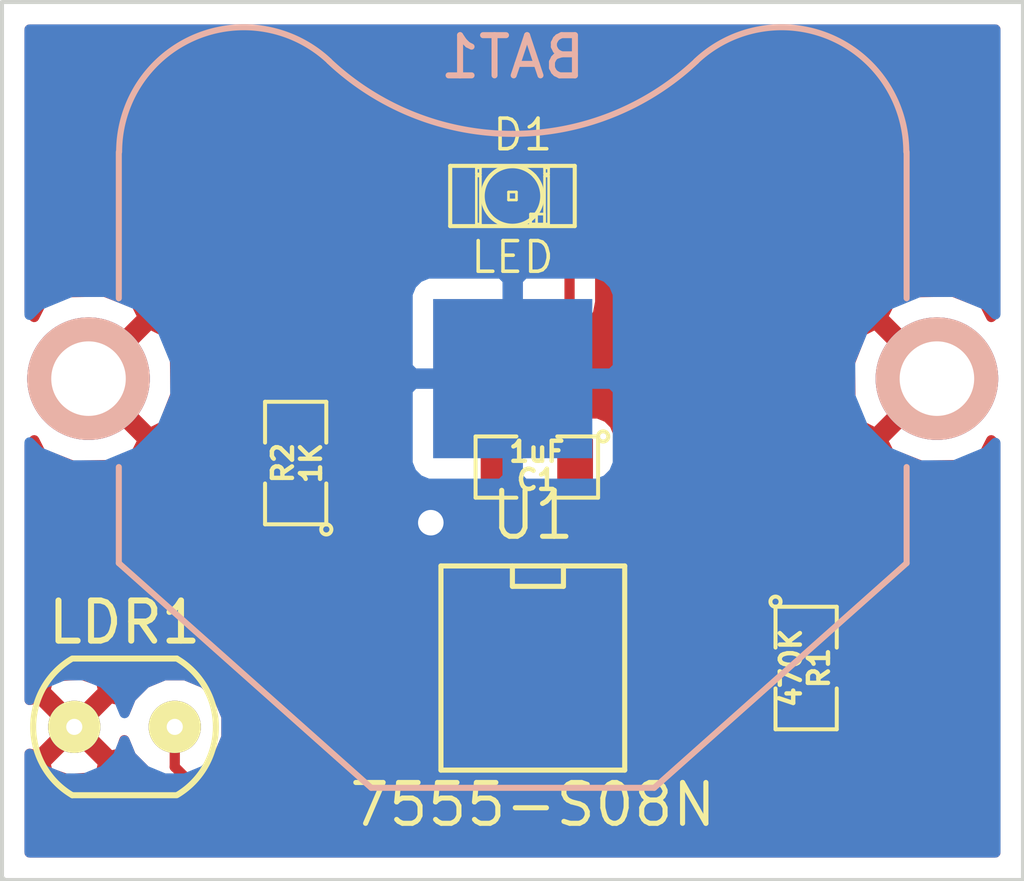
<source format=kicad_pcb>
(kicad_pcb (version 3) (host pcbnew "(2013-07-07 BZR 4022)-stable")

  (general
    (links 14)
    (no_connects 0)
    (area 142.443999 83.910999 188.1759 109.524001)
    (thickness 1.6)
    (drawings 5)
    (tracks 35)
    (zones 0)
    (modules 8)
    (nets 7)
  )

  (page A4)
  (title_block 
    (title "Getting To Blinky")
    (rev A)
  )

  (layers
    (15 Front signal)
    (0 Back signal)
    (16 B.Adhes user)
    (17 F.Adhes user)
    (18 B.Paste user)
    (19 F.Paste user)
    (20 B.SilkS user)
    (21 F.SilkS user)
    (22 B.Mask user)
    (23 F.Mask user)
    (24 Dwgs.User user)
    (25 Cmts.User user)
    (26 Eco1.User user)
    (27 Eco2.User user)
    (28 Edge.Cuts user)
  )

  (setup
    (last_trace_width 0.254)
    (trace_clearance 0.254)
    (zone_clearance 0.508)
    (zone_45_only no)
    (trace_min 0.254)
    (segment_width 0.2)
    (edge_width 0.1)
    (via_size 0.889)
    (via_drill 0.635)
    (via_min_size 0.508)
    (via_min_drill 0.3302)
    (uvia_size 0.508)
    (uvia_drill 0.127)
    (uvias_allowed no)
    (uvia_min_size 0.381)
    (uvia_min_drill 0.127)
    (pcb_text_width 0.3)
    (pcb_text_size 1.5 1.5)
    (mod_edge_width 0.15)
    (mod_text_size 1 1)
    (mod_text_width 0.15)
    (pad_size 3.048 3.048)
    (pad_drill 1.8542)
    (pad_to_mask_clearance 0)
    (aux_axis_origin 142.494 109.474)
    (visible_elements 7FFFFFFF)
    (pcbplotparams
      (layerselection 284196865)
      (usegerberextensions true)
      (excludeedgelayer true)
      (linewidth 0.150000)
      (plotframeref false)
      (viasonmask false)
      (mode 1)
      (useauxorigin false)
      (hpglpennumber 1)
      (hpglpenspeed 20)
      (hpglpendiameter 15)
      (hpglpenoverlay 2)
      (psnegative false)
      (psa4output false)
      (plotreference true)
      (plotvalue false)
      (plotothertext true)
      (plotinvisibletext false)
      (padsonsilk false)
      (subtractmaskfromsilk false)
      (outputformat 1)
      (mirror false)
      (drillshape 0)
      (scaleselection 1)
      (outputdirectory Output/))
  )

  (net 0 "")
  (net 1 /Discharge)
  (net 2 /Trigger)
  (net 3 GND)
  (net 4 N-000004)
  (net 5 N-000007)
  (net 6 VCC)

  (net_class Default "This is the default net class."
    (clearance 0.254)
    (trace_width 0.254)
    (via_dia 0.889)
    (via_drill 0.635)
    (uvia_dia 0.508)
    (uvia_drill 0.127)
    (add_net "")
    (add_net /Discharge)
    (add_net /Trigger)
    (add_net GND)
    (add_net N-000004)
    (add_net N-000007)
    (add_net VCC)
  )

  (net_class Signal ""
    (clearance 0.254)
    (trace_width 0.254)
    (via_dia 0.889)
    (via_drill 0.635)
    (uvia_dia 0.508)
    (uvia_drill 0.127)
  )

  (module SO8N (layer Front) (tedit 52E769DF) (tstamp 52E7637D)
    (at 155.7 104.2 270)
    (descr "Module CMS SOJ 8 pins large")
    (tags "CMS SOJ")
    (path /52E0E373)
    (attr smd)
    (fp_text reference U1 (at -3.8 0 360) (layer F.SilkS)
      (effects (font (size 1.143 1.016) (thickness 0.127)))
    )
    (fp_text value 7555-S08N (at 3.4 0 360) (layer F.SilkS)
      (effects (font (size 1.016 1.016) (thickness 0.127)))
    )
    (fp_line (start -2.54 -2.286) (end 2.54 -2.286) (layer F.SilkS) (width 0.127))
    (fp_line (start 2.54 -2.286) (end 2.54 2.286) (layer F.SilkS) (width 0.127))
    (fp_line (start 2.54 2.286) (end -2.54 2.286) (layer F.SilkS) (width 0.127))
    (fp_line (start -2.54 2.286) (end -2.54 -2.286) (layer F.SilkS) (width 0.127))
    (fp_line (start -2.54 -0.762) (end -2.032 -0.762) (layer F.SilkS) (width 0.127))
    (fp_line (start -2.032 -0.762) (end -2.032 0.508) (layer F.SilkS) (width 0.127))
    (fp_line (start -2.032 0.508) (end -2.54 0.508) (layer F.SilkS) (width 0.127))
    (pad 8 smd rect (at -1.905 -3.175 270) (size 0.508 1.143)
      (layers Front F.Paste F.Mask)
      (net 6 VCC)
    )
    (pad 7 smd rect (at -0.635 -3.175 270) (size 0.508 1.143)
      (layers Front F.Paste F.Mask)
      (net 1 /Discharge)
    )
    (pad 6 smd rect (at 0.635 -3.175 270) (size 0.508 1.143)
      (layers Front F.Paste F.Mask)
      (net 2 /Trigger)
    )
    (pad 5 smd rect (at 1.905 -3.175 270) (size 0.508 1.143)
      (layers Front F.Paste F.Mask)
    )
    (pad 4 smd rect (at 1.905 3.175 270) (size 0.508 1.143)
      (layers Front F.Paste F.Mask)
      (net 6 VCC)
    )
    (pad 3 smd rect (at 0.635 3.175 270) (size 0.508 1.143)
      (layers Front F.Paste F.Mask)
      (net 4 N-000004)
    )
    (pad 2 smd rect (at -0.635 3.175 270) (size 0.508 1.143)
      (layers Front F.Paste F.Mask)
      (net 2 /Trigger)
    )
    (pad 1 smd rect (at -1.905 3.175 270) (size 0.508 1.143)
      (layers Front F.Paste F.Mask)
      (net 3 GND)
    )
    (model smd/cms_so8.wrl
      (at (xyz 0 0 0))
      (scale (xyz 0.5 0.38 0.5))
      (rotate (xyz 0 0 0))
    )
  )

  (module LED-1206 (layer Front) (tedit 49BFA1FF) (tstamp 52E763CB)
    (at 155.194 92.456)
    (descr "LED 1206 smd package")
    (tags "LED1206 SMD")
    (path /52E0D26C)
    (attr smd)
    (fp_text reference D1 (at 0.254 -1.524) (layer F.SilkS)
      (effects (font (size 0.762 0.762) (thickness 0.0889)))
    )
    (fp_text value LED (at 0 1.524) (layer F.SilkS)
      (effects (font (size 0.762 0.762) (thickness 0.0889)))
    )
    (fp_line (start -0.09906 0.09906) (end 0.09906 0.09906) (layer F.SilkS) (width 0.06604))
    (fp_line (start 0.09906 0.09906) (end 0.09906 -0.09906) (layer F.SilkS) (width 0.06604))
    (fp_line (start -0.09906 -0.09906) (end 0.09906 -0.09906) (layer F.SilkS) (width 0.06604))
    (fp_line (start -0.09906 0.09906) (end -0.09906 -0.09906) (layer F.SilkS) (width 0.06604))
    (fp_line (start 0.44958 0.6985) (end 0.79756 0.6985) (layer F.SilkS) (width 0.06604))
    (fp_line (start 0.79756 0.6985) (end 0.79756 0.44958) (layer F.SilkS) (width 0.06604))
    (fp_line (start 0.44958 0.44958) (end 0.79756 0.44958) (layer F.SilkS) (width 0.06604))
    (fp_line (start 0.44958 0.6985) (end 0.44958 0.44958) (layer F.SilkS) (width 0.06604))
    (fp_line (start 0.79756 0.6985) (end 0.89916 0.6985) (layer F.SilkS) (width 0.06604))
    (fp_line (start 0.89916 0.6985) (end 0.89916 -0.49784) (layer F.SilkS) (width 0.06604))
    (fp_line (start 0.79756 -0.49784) (end 0.89916 -0.49784) (layer F.SilkS) (width 0.06604))
    (fp_line (start 0.79756 0.6985) (end 0.79756 -0.49784) (layer F.SilkS) (width 0.06604))
    (fp_line (start 0.79756 -0.54864) (end 0.89916 -0.54864) (layer F.SilkS) (width 0.06604))
    (fp_line (start 0.89916 -0.54864) (end 0.89916 -0.6985) (layer F.SilkS) (width 0.06604))
    (fp_line (start 0.79756 -0.6985) (end 0.89916 -0.6985) (layer F.SilkS) (width 0.06604))
    (fp_line (start 0.79756 -0.54864) (end 0.79756 -0.6985) (layer F.SilkS) (width 0.06604))
    (fp_line (start -0.89916 0.6985) (end -0.79756 0.6985) (layer F.SilkS) (width 0.06604))
    (fp_line (start -0.79756 0.6985) (end -0.79756 -0.49784) (layer F.SilkS) (width 0.06604))
    (fp_line (start -0.89916 -0.49784) (end -0.79756 -0.49784) (layer F.SilkS) (width 0.06604))
    (fp_line (start -0.89916 0.6985) (end -0.89916 -0.49784) (layer F.SilkS) (width 0.06604))
    (fp_line (start -0.89916 -0.54864) (end -0.79756 -0.54864) (layer F.SilkS) (width 0.06604))
    (fp_line (start -0.79756 -0.54864) (end -0.79756 -0.6985) (layer F.SilkS) (width 0.06604))
    (fp_line (start -0.89916 -0.6985) (end -0.79756 -0.6985) (layer F.SilkS) (width 0.06604))
    (fp_line (start -0.89916 -0.54864) (end -0.89916 -0.6985) (layer F.SilkS) (width 0.06604))
    (fp_line (start 0.44958 0.6985) (end 0.59944 0.6985) (layer F.SilkS) (width 0.06604))
    (fp_line (start 0.59944 0.6985) (end 0.59944 0.44958) (layer F.SilkS) (width 0.06604))
    (fp_line (start 0.44958 0.44958) (end 0.59944 0.44958) (layer F.SilkS) (width 0.06604))
    (fp_line (start 0.44958 0.6985) (end 0.44958 0.44958) (layer F.SilkS) (width 0.06604))
    (fp_line (start 1.5494 0.7493) (end -1.5494 0.7493) (layer F.SilkS) (width 0.1016))
    (fp_line (start -1.5494 0.7493) (end -1.5494 -0.7493) (layer F.SilkS) (width 0.1016))
    (fp_line (start -1.5494 -0.7493) (end 1.5494 -0.7493) (layer F.SilkS) (width 0.1016))
    (fp_line (start 1.5494 -0.7493) (end 1.5494 0.7493) (layer F.SilkS) (width 0.1016))
    (fp_arc (start 0 0) (end 0.54864 0.49784) (angle 95.4) (layer F.SilkS) (width 0.1016))
    (fp_arc (start 0 0) (end -0.54864 0.49784) (angle 84.5) (layer F.SilkS) (width 0.1016))
    (fp_arc (start 0 0) (end -0.54864 -0.49784) (angle 95.4) (layer F.SilkS) (width 0.1016))
    (fp_arc (start 0 0) (end 0.54864 -0.49784) (angle 84.5) (layer F.SilkS) (width 0.1016))
    (pad 1 smd rect (at -1.41986 0) (size 1.59766 1.80086)
      (layers Front F.Paste F.Mask)
      (net 5 N-000007)
    )
    (pad 2 smd rect (at 1.41986 0) (size 1.59766 1.80086)
      (layers Front F.Paste F.Mask)
      (net 3 GND)
    )
  )

  (module LDR (layer Front) (tedit 52E767C0) (tstamp 52E7683F)
    (at 145.542 105.664)
    (path /52E0D202)
    (fp_text reference LDR1 (at 0 -2.6) (layer F.SilkS)
      (effects (font (size 1 1) (thickness 0.15)))
    )
    (fp_text value 1K (at 0 2.8) (layer F.SilkS) hide
      (effects (font (size 1 1) (thickness 0.15)))
    )
    (fp_arc (start -0.3 0) (end -1.3 1.7) (angle 118) (layer F.SilkS) (width 0.15))
    (fp_arc (start 0.3 0) (end 1.3 -1.7) (angle 118) (layer F.SilkS) (width 0.15))
    (fp_line (start -1.3 -1.7) (end 1.3 -1.7) (layer F.SilkS) (width 0.15))
    (fp_line (start 1.3 1.7) (end -1.3 1.7) (layer F.SilkS) (width 0.15))
    (pad 1 thru_hole circle (at -1.25 0) (size 1.3 1.3) (drill 0.4)
      (layers *.Cu *.Mask F.SilkS)
      (net 6 VCC)
    )
    (pad 2 thru_hole circle (at 1.25 0) (size 1.3 1.3) (drill 0.4)
      (layers *.Cu *.Mask F.SilkS)
      (net 1 /Discharge)
    )
  )

  (module CR2032_Holder_ThruHole (layer Back) (tedit 52EDFAF6) (tstamp 52EEAED0)
    (at 155.2 97 180)
    (path /52E0D3EE)
    (fp_text reference BAT1 (at 0 8 180) (layer B.SilkS)
      (effects (font (size 1 1) (thickness 0.15)) (justify mirror))
    )
    (fp_text value CR2032 (at 0 -6.6 180) (layer B.SilkS) hide
      (effects (font (size 1 1) (thickness 0.15)) (justify mirror))
    )
    (fp_line (start 9.8 -4.59) (end 9.8 -2.2) (layer B.SilkS) (width 0.15))
    (fp_line (start -9.8 2) (end -9.8 5.64) (layer B.SilkS) (width 0.15))
    (fp_line (start -9.8 -4.59) (end -9.8 -2.2) (layer B.SilkS) (width 0.15))
    (fp_arc (start 0 12.76) (end 0 6.09) (angle 43.2) (layer B.SilkS) (width 0.15))
    (fp_arc (start 6.69 5.64) (end 4.565 7.9) (angle -133.2) (layer B.SilkS) (width 0.15))
    (fp_line (start 9.8 2) (end 9.8 5.64) (layer B.SilkS) (width 0.15))
    (fp_line (start 3.52 -10.18) (end 9.8 -4.59) (layer B.SilkS) (width 0.15))
    (fp_line (start -3.52 -10.18) (end 3.52 -10.18) (layer B.SilkS) (width 0.15))
    (fp_line (start -9.8 -4.59) (end -3.52 -10.18) (layer B.SilkS) (width 0.15))
    (fp_arc (start -6.69 5.64) (end -4.565 7.9) (angle 133.2) (layer B.SilkS) (width 0.15))
    (fp_arc (start 0 12.76) (end 0 6.09) (angle -43.2) (layer B.SilkS) (width 0.15))
    (pad 2 smd rect (at 0 0 180) (size 3.96 3.96)
      (layers Back B.Paste B.Mask)
      (net 3 GND)
    )
    (pad 1 thru_hole circle (at -10.5537 0 180) (size 3.048 3.048) (drill 1.8542)
      (layers *.Cu *.Mask B.SilkS)
      (net 6 VCC)
    )
    (pad 1 thru_hole circle (at 10.5537 0 180) (size 3.048 3.048) (drill 1.8542)
      (layers *.Cu *.Mask B.SilkS)
      (net 6 VCC)
    )
    (model "C:/Users/angmcl/Desktop 2/cr2032holder.wrl"
      (at (xyz 0 0 0))
      (scale (xyz 1 1 1))
      (rotate (xyz 0 0 0))
    )
    (model "../../../Users/angmcl/Desktop 2/cr2032holder.wrl"
      (at (xyz 0 0 0))
      (scale (xyz 1 1 1))
      (rotate (xyz 0 0 0))
    )
  )

  (module SM0805 (layer Front) (tedit 5091495C) (tstamp 52E76389)
    (at 155.8 99.2 180)
    (path /52E0D101)
    (attr smd)
    (fp_text reference C1 (at 0 -0.3175 180) (layer F.SilkS)
      (effects (font (size 0.50038 0.50038) (thickness 0.10922)))
    )
    (fp_text value 1uF (at 0 0.381 180) (layer F.SilkS)
      (effects (font (size 0.50038 0.50038) (thickness 0.10922)))
    )
    (fp_circle (center -1.651 0.762) (end -1.651 0.635) (layer F.SilkS) (width 0.09906))
    (fp_line (start -0.508 0.762) (end -1.524 0.762) (layer F.SilkS) (width 0.09906))
    (fp_line (start -1.524 0.762) (end -1.524 -0.762) (layer F.SilkS) (width 0.09906))
    (fp_line (start -1.524 -0.762) (end -0.508 -0.762) (layer F.SilkS) (width 0.09906))
    (fp_line (start 0.508 -0.762) (end 1.524 -0.762) (layer F.SilkS) (width 0.09906))
    (fp_line (start 1.524 -0.762) (end 1.524 0.762) (layer F.SilkS) (width 0.09906))
    (fp_line (start 1.524 0.762) (end 0.508 0.762) (layer F.SilkS) (width 0.09906))
    (pad 1 smd rect (at -0.9525 0 180) (size 0.889 1.397)
      (layers Front F.Paste F.Mask)
      (net 2 /Trigger)
    )
    (pad 2 smd rect (at 0.9525 0 180) (size 0.889 1.397)
      (layers Front F.Paste F.Mask)
      (net 3 GND)
    )
    (model smd/chip_cms.wrl
      (at (xyz 0 0 0))
      (scale (xyz 0.1 0.1 0.1))
      (rotate (xyz 0 0 0))
    )
  )

  (module SM0805 (layer Front) (tedit 5091495C) (tstamp 52E76395)
    (at 162.5 104.2 270)
    (path /52E0D1E3)
    (attr smd)
    (fp_text reference R1 (at 0 -0.3175 270) (layer F.SilkS)
      (effects (font (size 0.50038 0.50038) (thickness 0.10922)))
    )
    (fp_text value 470K (at 0 0.381 270) (layer F.SilkS)
      (effects (font (size 0.50038 0.50038) (thickness 0.10922)))
    )
    (fp_circle (center -1.651 0.762) (end -1.651 0.635) (layer F.SilkS) (width 0.09906))
    (fp_line (start -0.508 0.762) (end -1.524 0.762) (layer F.SilkS) (width 0.09906))
    (fp_line (start -1.524 0.762) (end -1.524 -0.762) (layer F.SilkS) (width 0.09906))
    (fp_line (start -1.524 -0.762) (end -0.508 -0.762) (layer F.SilkS) (width 0.09906))
    (fp_line (start 0.508 -0.762) (end 1.524 -0.762) (layer F.SilkS) (width 0.09906))
    (fp_line (start 1.524 -0.762) (end 1.524 0.762) (layer F.SilkS) (width 0.09906))
    (fp_line (start 1.524 0.762) (end 0.508 0.762) (layer F.SilkS) (width 0.09906))
    (pad 1 smd rect (at -0.9525 0 270) (size 0.889 1.397)
      (layers Front F.Paste F.Mask)
      (net 1 /Discharge)
    )
    (pad 2 smd rect (at 0.9525 0 270) (size 0.889 1.397)
      (layers Front F.Paste F.Mask)
      (net 2 /Trigger)
    )
    (model smd/chip_cms.wrl
      (at (xyz 0 0 0))
      (scale (xyz 0.1 0.1 0.1))
      (rotate (xyz 0 0 0))
    )
  )

  (module SM0805 (layer Front) (tedit 5091495C) (tstamp 52E763A1)
    (at 149.8 99.1 90)
    (path /52E0D20F)
    (attr smd)
    (fp_text reference R2 (at 0 -0.3175 90) (layer F.SilkS)
      (effects (font (size 0.50038 0.50038) (thickness 0.10922)))
    )
    (fp_text value 1K (at 0 0.381 90) (layer F.SilkS)
      (effects (font (size 0.50038 0.50038) (thickness 0.10922)))
    )
    (fp_circle (center -1.651 0.762) (end -1.651 0.635) (layer F.SilkS) (width 0.09906))
    (fp_line (start -0.508 0.762) (end -1.524 0.762) (layer F.SilkS) (width 0.09906))
    (fp_line (start -1.524 0.762) (end -1.524 -0.762) (layer F.SilkS) (width 0.09906))
    (fp_line (start -1.524 -0.762) (end -0.508 -0.762) (layer F.SilkS) (width 0.09906))
    (fp_line (start 0.508 -0.762) (end 1.524 -0.762) (layer F.SilkS) (width 0.09906))
    (fp_line (start 1.524 -0.762) (end 1.524 0.762) (layer F.SilkS) (width 0.09906))
    (fp_line (start 1.524 0.762) (end 0.508 0.762) (layer F.SilkS) (width 0.09906))
    (pad 1 smd rect (at -0.9525 0 90) (size 0.889 1.397)
      (layers Front F.Paste F.Mask)
      (net 4 N-000004)
    )
    (pad 2 smd rect (at 0.9525 0 90) (size 0.889 1.397)
      (layers Front F.Paste F.Mask)
      (net 5 N-000007)
    )
    (model smd/chip_cms.wrl
      (at (xyz 0 0 0))
      (scale (xyz 0.1 0.1 0.1))
      (rotate (xyz 0 0 0))
    )
  )

  (module ScriptScript3 (layer Front) (tedit 0) (tstamp 52EF16D3)
    (at 155.194 90.17)
    (fp_text reference VAL (at 0 0) (layer F.SilkS) hide
      (effects (font (size 1.143 1.143) (thickness 0.1778)))
    )
    (fp_text value ScriptScript3 (at 0 0) (layer F.SilkS) hide
      (effects (font (size 1.143 1.143) (thickness 0.1778)))
    )
    (fp_poly (pts (xy 9.76376 -0.23368) (xy 9.74598 -0.18288) (xy 9.69264 -0.09906) (xy 9.59612 0.02794)
      (xy 9.4996 0.14986) (xy 9.37768 0.3048) (xy 9.2964 0.41148) (xy 9.25068 0.4826)
      (xy 9.24052 0.52578) (xy 9.25068 0.54864) (xy 9.26592 0.55372) (xy 9.30656 0.57404)
      (xy 9.28116 0.5842) (xy 9.24306 0.5842) (xy 9.17702 0.60706) (xy 9.09828 0.6731)
      (xy 8.99668 0.78994) (xy 8.96874 0.83058) (xy 8.9154 0.89154) (xy 8.9154 0.66802)
      (xy 8.85444 0.68072) (xy 8.76046 0.73406) (xy 8.64362 0.81788) (xy 8.52424 0.92202)
      (xy 8.44296 1.0033) (xy 8.32612 1.14808) (xy 8.25246 1.27) (xy 8.2296 1.36398)
      (xy 8.23722 1.39954) (xy 8.27532 1.41478) (xy 8.34136 1.37922) (xy 8.43788 1.28778)
      (xy 8.56996 1.143) (xy 8.68426 1.00584) (xy 8.78586 0.8763) (xy 8.8646 0.76962)
      (xy 8.91032 0.69596) (xy 8.9154 0.66802) (xy 8.9154 0.89154) (xy 8.84428 0.98044)
      (xy 8.70712 1.13284) (xy 8.56742 1.27) (xy 8.44042 1.3843) (xy 8.33374 1.46558)
      (xy 8.26008 1.50368) (xy 8.25246 1.50368) (xy 8.19658 1.48336) (xy 8.1788 1.4097)
      (xy 8.19658 1.31064) (xy 8.23468 1.19888) (xy 8.23722 1.18618) (xy 8.31088 1.0795)
      (xy 8.42518 0.9525) (xy 8.56488 0.8255) (xy 8.70712 0.71628) (xy 8.83158 0.63754)
      (xy 8.88238 0.61722) (xy 9.01192 0.55118) (xy 9.10844 0.46228) (xy 9.18718 0.35306)
      (xy 9.2202 0.29718) (xy 9.20242 0.29464) (xy 9.13892 0.3429) (xy 9.08558 0.39116)
      (xy 8.94588 0.50292) (xy 8.84428 0.55626) (xy 8.77316 0.55626) (xy 8.72998 0.51308)
      (xy 8.71474 0.41148) (xy 8.763 0.27178) (xy 8.84682 0.13716) (xy 8.86968 0.09652)
      (xy 8.8519 0.09652) (xy 8.79094 0.13716) (xy 8.67664 0.22352) (xy 8.64108 0.25146)
      (xy 8.46074 0.39116) (xy 8.32358 0.48514) (xy 8.21436 0.5461) (xy 8.12292 0.57658)
      (xy 8.03148 0.58674) (xy 8.02386 0.58674) (xy 7.9375 0.57658) (xy 7.87908 0.53594)
      (xy 7.81812 0.44196) (xy 7.73684 0.29718) (xy 7.5946 0.45212) (xy 7.50062 0.54102)
      (xy 7.43966 0.57658) (xy 7.40918 0.56642) (xy 7.4041 0.52578) (xy 7.43712 0.45212)
      (xy 7.51586 0.34036) (xy 7.5819 0.254) (xy 7.79272 -0.01524) (xy 7.49046 0.2286)
      (xy 7.30504 0.37592) (xy 7.16026 0.47752) (xy 7.0485 0.54356) (xy 6.95198 0.57658)
      (xy 6.86562 0.58166) (xy 6.84784 0.57912) (xy 6.76148 0.56134) (xy 6.72592 0.508)
      (xy 6.72084 0.47752) (xy 6.72846 0.40894) (xy 6.77418 0.32512) (xy 6.86816 0.20828)
      (xy 6.91642 0.1524) (xy 7.00786 0.04826) (xy 7.0739 -0.0381) (xy 7.10438 -0.0889)
      (xy 7.10438 -0.09652) (xy 7.0612 -0.09144) (xy 6.97738 -0.04064) (xy 6.86308 0.04064)
      (xy 6.72846 0.14478) (xy 6.58368 0.26924) (xy 6.51256 0.33274) (xy 6.3627 0.46228)
      (xy 6.2611 0.53594) (xy 6.20268 0.55372) (xy 6.19506 0.51816) (xy 6.23824 0.42926)
      (xy 6.33476 0.28956) (xy 6.39064 0.22098) (xy 6.58114 -0.01778) (xy 6.3627 0.15748)
      (xy 6.16966 0.30988) (xy 6.0198 0.4191) (xy 5.9055 0.4953) (xy 5.81152 0.54102)
      (xy 5.7277 0.56134) (xy 5.66928 0.56642) (xy 5.5626 0.55372) (xy 5.5118 0.508)
      (xy 5.51942 0.42418) (xy 5.58038 0.29718) (xy 5.62864 0.22098) (xy 5.76072 0.0254)
      (xy 5.60324 0.15494) (xy 5.37464 0.33528) (xy 5.18922 0.46482) (xy 5.0419 0.54864)
      (xy 4.93014 0.5842) (xy 4.84378 0.58166) (xy 4.78282 0.54356) (xy 4.75234 0.50292)
      (xy 4.7498 0.4445) (xy 4.77266 0.34798) (xy 4.78282 0.3175) (xy 4.83616 0.14478)
      (xy 4.66344 0.27432) (xy 4.5339 0.3683) (xy 4.39166 0.45466) (xy 4.25958 0.52578)
      (xy 4.1529 0.57404) (xy 4.09956 0.58674) (xy 4.1021 0.5715) (xy 4.15798 0.53086)
      (xy 4.23672 0.48514) (xy 4.55168 0.28194) (xy 4.8514 0.03556) (xy 5.1054 -0.23368)
      (xy 5.12572 -0.25908) (xy 5.27304 -0.4318) (xy 5.4356 -0.6096) (xy 5.59816 -0.7747)
      (xy 5.7531 -0.9144) (xy 5.88264 -1.02108) (xy 5.96392 -1.07442) (xy 6.05028 -1.11252)
      (xy 6.10108 -1.1049) (xy 6.1214 -1.08712) (xy 6.13664 -1.01346) (xy 6.09092 -0.90424)
      (xy 6.08076 -0.889) (xy 6.08076 -1.03632) (xy 6.0706 -1.0541) (xy 6.0325 -1.04648)
      (xy 5.95376 -0.98044) (xy 5.83946 -0.86868) (xy 5.69722 -0.7112) (xy 5.54482 -0.53086)
      (xy 5.3975 -0.3556) (xy 5.29844 -0.23114) (xy 5.24764 -0.15748) (xy 5.24256 -0.13716)
      (xy 5.28828 -0.16764) (xy 5.38226 -0.25146) (xy 5.52704 -0.38608) (xy 5.69722 -0.54864)
      (xy 5.86232 -0.71628) (xy 5.98424 -0.85598) (xy 6.0579 -0.9652) (xy 6.08076 -1.03632)
      (xy 6.08076 -0.889) (xy 5.99186 -0.75946) (xy 5.83692 -0.58928) (xy 5.63118 -0.3937)
      (xy 5.43052 -0.22098) (xy 5.23494 -0.04826) (xy 5.09016 0.09144) (xy 4.98856 0.21336)
      (xy 4.93522 0.29464) (xy 4.87426 0.42926) (xy 4.8641 0.51054) (xy 4.9022 0.54102)
      (xy 4.98348 0.5207) (xy 5.11556 0.45212) (xy 5.29082 0.3302) (xy 5.50926 0.16256)
      (xy 5.72516 -0.01524) (xy 5.8547 -0.11684) (xy 5.9563 -0.17272) (xy 6.02742 -0.18034)
      (xy 6.05282 -0.1397) (xy 6.05282 -0.13716) (xy 6.02996 -0.09144) (xy 5.97154 -0.00254)
      (xy 5.88518 0.11176) (xy 5.83184 0.1778) (xy 5.73532 0.29718) (xy 5.66166 0.39624)
      (xy 5.61848 0.46228) (xy 5.61086 0.47752) (xy 5.63626 0.52578) (xy 5.70992 0.52324)
      (xy 5.82422 0.47244) (xy 5.97662 0.381) (xy 6.16204 0.24638) (xy 6.31444 0.12446)
      (xy 6.4516 0.00762) (xy 6.57352 -0.09398) (xy 6.66496 -0.17018) (xy 6.71322 -0.20828)
      (xy 6.78942 -0.23114) (xy 6.82244 -0.22098) (xy 6.85292 -0.18796) (xy 6.83768 -0.1397)
      (xy 6.79958 -0.08382) (xy 6.72338 0.02794) (xy 6.6929 0.08128) (xy 6.71068 0.08382)
      (xy 6.75132 0.04826) (xy 6.8961 -0.06096) (xy 7.03072 -0.13716) (xy 7.14756 -0.17526)
      (xy 7.23392 -0.17272) (xy 7.27456 -0.13208) (xy 7.27456 -0.07874) (xy 7.23646 -0.00254)
      (xy 7.15772 0.10414) (xy 7.02818 0.24892) (xy 6.99516 0.28702) (xy 6.89102 0.40894)
      (xy 6.8453 0.48768) (xy 6.85038 0.51816) (xy 6.9088 0.52832) (xy 7.01294 0.49276)
      (xy 7.1501 0.41148) (xy 7.3152 0.29718) (xy 7.50316 0.1524) (xy 7.70128 -0.01778)
      (xy 7.90702 -0.20574) (xy 8.11022 -0.4064) (xy 8.30326 -0.61214) (xy 8.3312 -0.64516)
      (xy 8.49884 -0.83312) (xy 8.62584 -0.97282) (xy 8.71474 -1.0668) (xy 8.77824 -1.12522)
      (xy 8.81888 -1.15062) (xy 8.84428 -1.15062) (xy 8.85698 -1.13792) (xy 8.8646 -1.10236)
      (xy 8.84682 -1.05156) (xy 8.79856 -0.97282) (xy 8.71474 -0.86614) (xy 8.59282 -0.71628)
      (xy 8.42772 -0.52578) (xy 8.40232 -0.49784) (xy 8.28548 -0.35814) (xy 8.19404 -0.24638)
      (xy 8.13562 -0.1651) (xy 8.1153 -0.127) (xy 8.12292 -0.127) (xy 8.21944 -0.15748)
      (xy 8.2931 -0.17272) (xy 8.37946 -0.16256) (xy 8.4201 -0.10414) (xy 8.40486 -0.0127)
      (xy 8.3947 0.00508) (xy 8.33374 0.07112) (xy 8.28802 0.09906) (xy 8.28802 -0.05842)
      (xy 8.27786 -0.09906) (xy 8.23976 -0.10922) (xy 8.18134 -0.0889) (xy 8.09244 -0.03556)
      (xy 7.99338 0.03302) (xy 7.90956 0.1016) (xy 7.86638 0.14986) (xy 7.86892 0.17526)
      (xy 7.9248 0.17272) (xy 8.00862 0.14732) (xy 8.11022 0.1016) (xy 8.17118 0.06858)
      (xy 8.24992 0.00254) (xy 8.28802 -0.05842) (xy 8.28802 0.09906) (xy 8.22706 0.13716)
      (xy 8.1026 0.1905) (xy 7.99084 0.21844) (xy 7.96798 0.21844) (xy 7.90448 0.23876)
      (xy 7.8867 0.2667) (xy 7.90448 0.32766) (xy 7.94766 0.40894) (xy 7.99846 0.49022)
      (xy 8.04418 0.54356) (xy 8.05942 0.55118) (xy 8.12546 0.52832) (xy 8.23468 0.46482)
      (xy 8.37692 0.37084) (xy 8.53694 0.25654) (xy 8.70458 0.12446) (xy 8.78332 0.05842)
      (xy 8.96874 -0.0889) (xy 9.1059 -0.18034) (xy 9.19734 -0.22098) (xy 9.24052 -0.2032)
      (xy 9.24306 -0.18288) (xy 9.2202 -0.1397) (xy 9.16432 -0.05334) (xy 9.07796 0.05842)
      (xy 9.02208 0.13208) (xy 8.9281 0.254) (xy 8.85444 0.3556) (xy 8.81126 0.42418)
      (xy 8.80364 0.44196) (xy 8.8265 0.47244) (xy 8.89254 0.45466) (xy 8.99414 0.39116)
      (xy 9.12368 0.28956) (xy 9.27608 0.14986) (xy 9.44118 -0.01524) (xy 9.4996 -0.0762)
      (xy 9.6139 -0.1905) (xy 9.6901 -0.25146) (xy 9.7409 -0.26416) (xy 9.7536 -0.25908)
      (xy 9.76376 -0.23368) (xy 9.76376 -0.23368)) (layer F.Mask) (width 0.00254))
    (fp_poly (pts (xy -7.04088 -1.21158) (xy -7.07898 -1.0795) (xy -7.17042 -0.9398) (xy -7.30504 -0.80772)
      (xy -7.46252 -0.69596) (xy -7.59968 -0.62484) (xy -7.7089 -0.60198) (xy -7.78256 -0.62738)
      (xy -7.81304 -0.70104) (xy -7.81304 -0.7112) (xy -7.7851 -0.8001) (xy -7.7089 -0.91186)
      (xy -7.60222 -1.0287) (xy -7.47522 -1.13792) (xy -7.38632 -1.19634) (xy -7.28218 -1.24968)
      (xy -7.21868 -1.27254) (xy -7.20344 -1.26238) (xy -7.24154 -1.22428) (xy -7.30758 -1.17856)
      (xy -7.4041 -1.10998) (xy -7.50824 -1.01854) (xy -7.60476 -0.91948) (xy -7.68096 -0.83058)
      (xy -7.72414 -0.76454) (xy -7.72668 -0.74168) (xy -7.6708 -0.71628) (xy -7.57682 -0.75184)
      (xy -7.4422 -0.84836) (xy -7.33044 -0.94742) (xy -7.21614 -1.05664) (xy -7.1501 -1.13792)
      (xy -7.1247 -1.20142) (xy -7.12216 -1.2446) (xy -7.14756 -1.31318) (xy -7.20852 -1.34366)
      (xy -7.24916 -1.35128) (xy -7.41426 -1.33604) (xy -7.61746 -1.27508) (xy -7.84352 -1.17348)
      (xy -8.08482 -1.03632) (xy -8.3312 -0.8763) (xy -8.5725 -0.69596) (xy -8.79348 -0.508)
      (xy -8.98652 -0.31496) (xy -9.14146 -0.12954) (xy -9.24814 0.04318) (xy -9.27608 0.1143)
      (xy -9.30402 0.24384) (xy -9.2837 0.32258) (xy -9.2075 0.36068) (xy -9.1186 0.36576)
      (xy -8.9662 0.34036) (xy -8.76808 0.2667) (xy -8.53694 0.14986) (xy -8.27786 -0.00508)
      (xy -8.001 -0.19558) (xy -7.71398 -0.41656) (xy -7.69366 -0.4318) (xy -7.57936 -0.51816)
      (xy -7.48792 -0.58166) (xy -7.4295 -0.6096) (xy -7.42188 -0.6096) (xy -7.41172 -0.57912)
      (xy -7.4295 -0.52578) (xy -7.48538 -0.44196) (xy -7.57682 -0.32512) (xy -7.71398 -0.1651)
      (xy -7.83082 -0.03302) (xy -7.95782 0.1143) (xy -8.06958 0.24638) (xy -8.14832 0.35052)
      (xy -8.1915 0.4191) (xy -8.19658 0.43434) (xy -8.22452 0.48768) (xy -8.25246 0.4953)
      (xy -8.29564 0.5207) (xy -8.382 0.58928) (xy -8.4963 0.69342) (xy -8.51916 0.71628)
      (xy -8.51916 0.46736) (xy -8.53186 0.45466) (xy -8.56488 0.45974) (xy -8.74522 0.51816)
      (xy -8.95096 0.61722) (xy -9.16432 0.74168) (xy -9.35736 0.88392) (xy -9.44626 0.96266)
      (xy -9.59866 1.1176) (xy -9.6901 1.2446) (xy -9.7155 1.33858) (xy -9.67994 1.397)
      (xy -9.62152 1.42494) (xy -9.56056 1.41986) (xy -9.47928 1.38176) (xy -9.38784 1.32588)
      (xy -9.30148 1.25984) (xy -9.1821 1.15316) (xy -9.03732 1.02108) (xy -8.88746 0.8763)
      (xy -8.8392 0.82804) (xy -8.69188 0.67818) (xy -8.59282 0.5715) (xy -8.53694 0.50292)
      (xy -8.51916 0.46736) (xy -8.51916 0.71628) (xy -8.63092 0.82296) (xy -8.7122 0.9017)
      (xy -8.89 1.07442) (xy -9.05256 1.2192) (xy -9.18718 1.32588) (xy -9.2837 1.38684)
      (xy -9.41832 1.43764) (xy -9.55548 1.46304) (xy -9.67486 1.46558) (xy -9.75614 1.44018)
      (xy -9.779 1.41224) (xy -9.78408 1.30556) (xy -9.7282 1.17856) (xy -9.6266 1.03886)
      (xy -9.48182 0.89408) (xy -9.3091 0.75438) (xy -9.11606 0.62484) (xy -8.91032 0.51308)
      (xy -8.70204 0.42926) (xy -8.60044 0.40132) (xy -8.4201 0.3302) (xy -8.26262 0.20828)
      (xy -8.16102 0.10414) (xy -8.1153 0.04572) (xy -8.128 0.03048) (xy -8.19658 0.06604)
      (xy -8.31596 0.1397) (xy -8.56996 0.29718) (xy -8.79856 0.41402) (xy -8.9916 0.48514)
      (xy -9.0551 0.49784) (xy -9.1567 0.508) (xy -9.23036 0.48514) (xy -9.3091 0.41656)
      (xy -9.31418 0.41148) (xy -9.40562 0.27432) (xy -9.42594 0.1143) (xy -9.37768 -0.06604)
      (xy -9.26084 -0.26924) (xy -9.07542 -0.49276) (xy -8.98398 -0.58674) (xy -8.73506 -0.80518)
      (xy -8.45058 -1.00584) (xy -8.14832 -1.17856) (xy -7.84606 -1.3208) (xy -7.55904 -1.41732)
      (xy -7.39902 -1.45034) (xy -7.23392 -1.45034) (xy -7.11962 -1.40462) (xy -7.05358 -1.32334)
      (xy -7.04088 -1.21158) (xy -7.04088 -1.21158)) (layer F.Mask) (width 0.00254))
    (fp_poly (pts (xy -2.13106 -0.13462) (xy -2.13868 -0.08128) (xy -2.1971 0.02032) (xy -2.30378 0.17272)
      (xy -2.3114 0.18288) (xy -2.3114 -0.09144) (xy -2.32664 -0.13716) (xy -2.36474 -0.14732)
      (xy -2.413 -0.12446) (xy -2.49936 -0.06096) (xy -2.60604 0.03048) (xy -2.6416 0.06096)
      (xy -2.77876 0.19812) (xy -2.87782 0.31496) (xy -2.93624 0.40386) (xy -2.95148 0.45974)
      (xy -2.92354 0.47752) (xy -2.85242 0.44958) (xy -2.73812 0.37338) (xy -2.68732 0.33528)
      (xy -2.54 0.20828) (xy -2.42316 0.0889) (xy -2.34696 -0.01524) (xy -2.3114 -0.09144)
      (xy -2.3114 0.18288) (xy -2.3495 0.23114) (xy -2.44094 0.3556) (xy -2.50952 0.46228)
      (xy -2.54508 0.53086) (xy -2.54762 0.55118) (xy -2.5527 0.5842) (xy -2.57048 0.58674)
      (xy -2.60858 0.61214) (xy -2.68732 0.68326) (xy -2.794 0.78486) (xy -2.89052 0.88392)
      (xy -2.89052 0.66548) (xy -2.89814 0.6604) (xy -2.99212 0.68326) (xy -3.11658 0.74676)
      (xy -3.25882 0.83566) (xy -3.4036 0.94488) (xy -3.54076 1.05918) (xy -3.64998 1.1684)
      (xy -3.7211 1.25984) (xy -3.74142 1.31826) (xy -3.7211 1.38176) (xy -3.65506 1.3843)
      (xy -3.55092 1.33096) (xy -3.4036 1.2192) (xy -3.28422 1.11252) (xy -3.1623 0.99568)
      (xy -3.05562 0.88138) (xy -2.96672 0.78232) (xy -2.9083 0.70612) (xy -2.89052 0.66548)
      (xy -2.89052 0.88392) (xy -2.921 0.9144) (xy -2.96164 0.95504) (xy -3.18516 1.17856)
      (xy -3.37058 1.3335) (xy -3.52552 1.43256) (xy -3.64998 1.46812) (xy -3.74142 1.44526)
      (xy -3.77698 1.41224) (xy -3.7973 1.36652) (xy -3.78714 1.29794) (xy -3.73888 1.18872)
      (xy -3.63474 1.03632) (xy -3.47472 0.88646) (xy -3.28168 0.75438) (xy -3.0734 0.65532)
      (xy -2.99974 0.63246) (xy -2.84226 0.57404) (xy -2.74066 0.50292) (xy -2.70256 0.45974)
      (xy -2.62382 0.35052) (xy -2.7559 0.44958) (xy -2.8575 0.51308) (xy -2.95656 0.54864)
      (xy -2.9845 0.55118) (xy -3.048 0.54102) (xy -3.07594 0.50038) (xy -3.08102 0.42164)
      (xy -3.08102 0.29464) (xy -3.2639 0.42672) (xy -3.40106 0.508) (xy -3.54076 0.56134)
      (xy -3.66268 0.58674) (xy -3.74904 0.57404) (xy -3.77952 0.54864) (xy -3.78968 0.46228)
      (xy -3.73634 0.34544) (xy -3.6195 0.19558) (xy -3.54838 0.11938) (xy -3.45948 0.0254)
      (xy -3.40106 -0.0508) (xy -3.38328 -0.09144) (xy -3.38328 -0.09398) (xy -3.43408 -0.09398)
      (xy -3.52806 -0.04064) (xy -3.66776 0.05842) (xy -3.84302 0.2032) (xy -3.94462 0.2921)
      (xy -4.06654 0.39624) (xy -4.16814 0.4826) (xy -4.23926 0.53594) (xy -4.26466 0.55118)
      (xy -4.29514 0.52578) (xy -4.27736 0.45974) (xy -4.21894 0.35814) (xy -4.12242 0.23114)
      (xy -4.11734 0.22606) (xy -4.03352 0.12192) (xy -3.99796 0.06858) (xy -4.01066 0.06604)
      (xy -4.07924 0.11176) (xy -4.19862 0.20574) (xy -4.21894 0.22352) (xy -4.42468 0.37846)
      (xy -4.6101 0.4953) (xy -4.7625 0.56642) (xy -4.8641 0.58674) (xy -4.9657 0.56896)
      (xy -5.00888 0.51562) (xy -4.99364 0.42164) (xy -4.91998 0.28956) (xy -4.85394 0.19304)
      (xy -4.80314 0.11938) (xy -4.78536 0.0762) (xy -4.78536 0.07366) (xy -4.82346 0.09652)
      (xy -4.89966 0.1524) (xy -5.0038 0.23622) (xy -5.0292 0.25654) (xy -5.22224 0.40386)
      (xy -5.3975 0.51054) (xy -5.54482 0.57404) (xy -5.65912 0.58928) (xy -5.73278 0.55372)
      (xy -5.74802 0.52832) (xy -5.74294 0.46482) (xy -5.71246 0.36322) (xy -5.67436 0.27178)
      (xy -5.57784 0.07366) (xy -5.88772 0.31242) (xy -6.02488 0.41148) (xy -6.15188 0.4953)
      (xy -6.24586 0.55372) (xy -6.2865 0.5715) (xy -6.41604 0.5842) (xy -6.49478 0.5461)
      (xy -6.52018 0.46228) (xy -6.4897 0.33274) (xy -6.45668 0.25908) (xy -6.41604 0.17272)
      (xy -6.4008 0.11684) (xy -6.4008 0.10922) (xy -6.4389 0.13208) (xy -6.5151 0.1905)
      (xy -6.62178 0.27178) (xy -6.64972 0.29464) (xy -6.82498 0.42672) (xy -6.96722 0.51562)
      (xy -7.09422 0.56642) (xy -7.22376 0.5842) (xy -7.27964 0.58674) (xy -7.38886 0.58166)
      (xy -7.44728 0.56134) (xy -7.4803 0.508) (xy -7.493 0.48006) (xy -7.53364 0.37338)
      (xy -7.74954 0.4826) (xy -7.86638 0.53594) (xy -7.95782 0.5715) (xy -8.00354 0.57912)
      (xy -7.99084 0.5588) (xy -7.92734 0.51308) (xy -7.82066 0.45466) (xy -7.79018 0.43942)
      (xy -7.52094 0.26924) (xy -7.29996 0.06858) (xy -7.16026 -0.06604) (xy -7.05358 -0.14732)
      (xy -6.96214 -0.19304) (xy -6.92404 -0.2032) (xy -6.79704 -0.21082) (xy -6.72592 -0.18288)
      (xy -6.70814 -0.12954) (xy -6.73862 -0.0508) (xy -6.8199 0.0381) (xy -6.86308 0.07112)
      (xy -6.86308 -0.0889) (xy -6.8707 -0.13462) (xy -6.9088 -0.14732) (xy -6.95198 -0.12192)
      (xy -7.02818 -0.05842) (xy -7.11708 0.0254) (xy -7.20598 0.1143) (xy -7.26948 0.1905)
      (xy -7.29996 0.23622) (xy -7.29996 0.23876) (xy -7.27202 0.2413) (xy -7.20344 0.20828)
      (xy -7.10438 0.14478) (xy -6.99516 0.06604) (xy -6.90626 -0.01778) (xy -6.86308 -0.0889)
      (xy -6.86308 0.07112) (xy -6.94436 0.13716) (xy -7.09676 0.22352) (xy -7.23138 0.29972)
      (xy -7.30504 0.36068) (xy -7.33552 0.41148) (xy -7.33552 0.42672) (xy -7.30758 0.49784)
      (xy -7.2263 0.53086) (xy -7.11708 0.51816) (xy -7.0866 0.51054) (xy -7.00024 0.46482)
      (xy -6.87832 0.38608) (xy -6.73354 0.28194) (xy -6.58114 0.1651) (xy -6.4262 0.04064)
      (xy -6.2865 -0.07874) (xy -6.16966 -0.18542) (xy -6.08838 -0.26924) (xy -6.05282 -0.32004)
      (xy -6.05282 -0.32512) (xy -6.08584 -0.33528) (xy -6.17474 -0.34036) (xy -6.2992 -0.34036)
      (xy -6.31952 -0.34036) (xy -6.44906 -0.34036) (xy -6.51256 -0.34798) (xy -6.51256 -0.36576)
      (xy -6.4516 -0.38608) (xy -6.3373 -0.40386) (xy -6.19252 -0.42164) (xy -6.0706 -0.43688)
      (xy -5.98424 -0.4572) (xy -5.91566 -0.4953) (xy -5.842 -0.56896) (xy -5.75818 -0.66294)
      (xy -5.66674 -0.762) (xy -5.588 -0.83312) (xy -5.54228 -0.86106) (xy -5.53466 -0.86106)
      (xy -5.50926 -0.83312) (xy -5.5118 -0.7874) (xy -5.55498 -0.71628) (xy -5.63118 -0.6096)
      (xy -5.76326 -0.43942) (xy -5.60324 -0.43434) (xy -5.41528 -0.42926) (xy -5.28066 -0.43942)
      (xy -5.1816 -0.46736) (xy -5.10286 -0.51816) (xy -5.02666 -0.5969) (xy -5.02412 -0.59944)
      (xy -4.93776 -0.70104) (xy -4.85648 -0.78994) (xy -4.82346 -0.82296) (xy -4.76504 -0.86868)
      (xy -4.7371 -0.85852) (xy -4.73964 -0.80772) (xy -4.77012 -0.72644) (xy -4.83108 -0.62738)
      (xy -4.84124 -0.61468) (xy -4.95554 -0.4572) (xy -4.79806 -0.43942) (xy -4.70662 -0.42672)
      (xy -4.68122 -0.41402) (xy -4.71424 -0.39878) (xy -4.73202 -0.3937) (xy -4.8387 -0.37338)
      (xy -4.93522 -0.3683) (xy -5.0038 -0.3556) (xy -5.06984 -0.31496) (xy -5.14858 -0.23114)
      (xy -5.20954 -0.15748) (xy -5.28574 -0.05842) (xy -5.28574 -0.2921) (xy -5.28574 -0.30734)
      (xy -5.32638 -0.31496) (xy -5.42036 -0.32512) (xy -5.55244 -0.33528) (xy -5.57022 -0.33782)
      (xy -5.842 -0.35052) (xy -6.03758 -0.10668) (xy -6.17474 0.07366) (xy -6.28904 0.23622)
      (xy -6.3754 0.37084) (xy -6.4262 0.46736) (xy -6.43382 0.51816) (xy -6.43382 0.51816)
      (xy -6.4135 0.54356) (xy -6.38048 0.54356) (xy -6.30936 0.5207) (xy -6.28904 0.51308)
      (xy -6.20776 0.4699) (xy -6.096 0.39624) (xy -5.95884 0.29718) (xy -5.81152 0.18542)
      (xy -5.6642 0.06604) (xy -5.52704 -0.04826) (xy -5.41274 -0.15494) (xy -5.32638 -0.23876)
      (xy -5.28574 -0.2921) (xy -5.28574 -0.05842) (xy -5.37718 0.06096) (xy -5.50672 0.24384)
      (xy -5.59562 0.38862) (xy -5.64388 0.49022) (xy -5.64642 0.54356) (xy -5.62864 0.55118)
      (xy -5.58546 0.53594) (xy -5.50164 0.50546) (xy -5.47878 0.4953) (xy -5.39496 0.45466)
      (xy -5.30098 0.39624) (xy -5.18414 0.31242) (xy -5.03428 0.19304) (xy -4.84124 0.03556)
      (xy -4.81076 0.01016) (xy -4.6736 -0.09398) (xy -4.56184 -0.16256) (xy -4.48056 -0.18542)
      (xy -4.43992 -0.1651) (xy -4.43738 -0.14986) (xy -4.46024 -0.10922) (xy -4.51866 -0.0254)
      (xy -4.60502 0.0889) (xy -4.67868 0.18542) (xy -4.79552 0.34544) (xy -4.85902 0.4572)
      (xy -4.86918 0.5207) (xy -4.83362 0.54356) (xy -4.75234 0.51816) (xy -4.62534 0.44704)
      (xy -4.46024 0.33528) (xy -4.2545 0.1778) (xy -4.1275 0.07366) (xy -3.98272 -0.04318)
      (xy -3.85572 -0.1397) (xy -3.76174 -0.20574) (xy -3.70586 -0.23622) (xy -3.70078 -0.23622)
      (xy -3.6703 -0.1778) (xy -3.70078 -0.08636) (xy -3.74904 -0.01524) (xy -3.83286 0.09144)
      (xy -3.70586 0.00762) (xy -3.5179 -0.10414) (xy -3.37566 -0.1651) (xy -3.27914 -0.17272)
      (xy -3.23342 -0.127) (xy -3.22834 -0.0889) (xy -3.2512 -0.0381) (xy -3.31216 0.05334)
      (xy -3.4036 0.1651) (xy -3.4544 0.22352) (xy -3.5687 0.36068) (xy -3.6322 0.45466)
      (xy -3.64744 0.508) (xy -3.64236 0.51816) (xy -3.58394 0.53086) (xy -3.48488 0.49276)
      (xy -3.33756 0.4064) (xy -3.14452 0.26924) (xy -2.98958 0.14986) (xy -2.83972 0.0381)
      (xy -2.69494 -0.0635) (xy -2.57048 -0.13716) (xy -2.50444 -0.17018) (xy -2.40284 -0.20574)
      (xy -2.34188 -0.20828) (xy -2.29362 -0.18542) (xy -2.28346 -0.17526) (xy -2.21488 -0.13716)
      (xy -2.17424 -0.13716) (xy -2.13106 -0.13462) (xy -2.13106 -0.13462)) (layer F.Mask) (width 0.00254))
    (fp_poly (pts (xy 1.72466 -1.32588) (xy 1.70942 -1.2954) (xy 1.66116 -1.27) (xy 1.56972 -1.24714)
      (xy 1.42494 -1.22428) (xy 1.23444 -1.20142) (xy 0.87376 -1.1557) (xy 0.5715 -0.75184)
      (xy 0.43434 -0.56896) (xy 0.28956 -0.37084) (xy 0.15494 -0.18288) (xy 0.0508 -0.04064)
      (xy -0.14986 0.22098) (xy -0.34036 0.4191) (xy -0.51816 0.55626) (xy -0.65024 0.61722)
      (xy -0.78232 0.65024) (xy -0.87376 0.65532) (xy -0.94488 0.62738) (xy -0.99314 0.59182)
      (xy -1.05918 0.4953) (xy -1.07442 0.3683) (xy -1.03886 0.23114) (xy -0.99568 0.15748)
      (xy -0.92964 0.08382) (xy -0.84074 0.01524) (xy -0.7493 -0.04064) (xy -0.67564 -0.07112)
      (xy -0.64262 -0.06858) (xy -0.65786 -0.03302) (xy -0.7112 0.03556) (xy -0.79756 0.127)
      (xy -0.80772 0.1397) (xy -0.90932 0.24384) (xy -0.96266 0.32004) (xy -0.98552 0.38608)
      (xy -0.98298 0.44704) (xy -0.96266 0.53848) (xy -0.90932 0.57658) (xy -0.89662 0.57912)
      (xy -0.8001 0.56642) (xy -0.68072 0.49784) (xy -0.5334 0.37338) (xy -0.36068 0.1905)
      (xy -0.15494 -0.05588) (xy -0.01778 -0.23114) (xy 0.12954 -0.42164) (xy 0.27178 -0.60452)
      (xy 0.40386 -0.76962) (xy 0.51054 -0.9017) (xy 0.57658 -0.98552) (xy 0.73406 -1.16586)
      (xy 0.56134 -1.18872) (xy 0.27178 -1.1938) (xy -0.01016 -1.12522) (xy -0.27686 -0.98806)
      (xy -0.43688 -0.86614) (xy -0.56642 -0.75692) (xy -0.65278 -0.70104) (xy -0.69342 -0.70104)
      (xy -0.69596 -0.71628) (xy -0.67564 -0.75184) (xy -0.62484 -0.82804) (xy -0.56896 -0.9017)
      (xy -0.48514 -1.0287) (xy -0.4191 -1.16586) (xy -0.39624 -1.23444) (xy -0.36322 -1.32842)
      (xy -0.33274 -1.38684) (xy -0.32004 -1.39192) (xy -0.2794 -1.36398) (xy -0.27178 -1.28778)
      (xy -0.3048 -1.1811) (xy -0.32512 -1.13792) (xy -0.40132 -0.9906) (xy -0.24892 -1.09982)
      (xy -0.1143 -1.18618) (xy 0.03302 -1.24714) (xy 0.20574 -1.28778) (xy 0.41656 -1.31064)
      (xy 0.68326 -1.31826) (xy 0.74676 -1.31826) (xy 1.0541 -1.31826) (xy 1.29286 -1.31826)
      (xy 1.47066 -1.32334) (xy 1.59258 -1.32842) (xy 1.66624 -1.33604) (xy 1.69418 -1.34366)
      (xy 1.72212 -1.3335) (xy 1.72466 -1.32588) (xy 1.72466 -1.32588)) (layer F.Mask) (width 0.00254))
    (fp_poly (pts (xy 4.9149 -0.99314) (xy 4.88696 -0.8763) (xy 4.83616 -0.81534) (xy 4.83616 -1.03886)
      (xy 4.83108 -1.10998) (xy 4.7879 -1.15824) (xy 4.71678 -1.1938) (xy 4.60502 -1.22428)
      (xy 4.46024 -1.2446) (xy 4.37388 -1.24714) (xy 4.30276 -1.24714) (xy 4.24688 -1.2446)
      (xy 4.19608 -1.23444) (xy 4.14528 -1.2065) (xy 4.08432 -1.15824) (xy 4.00304 -1.0795)
      (xy 3.89128 -0.9652) (xy 3.7465 -0.80772) (xy 3.6322 -0.6858) (xy 3.4671 -0.51054)
      (xy 3.6322 -0.53594) (xy 3.74142 -0.55372) (xy 3.89636 -0.58674) (xy 4.06908 -0.62738)
      (xy 4.14274 -0.6477) (xy 4.4069 -0.7239) (xy 4.6101 -0.81026) (xy 4.75234 -0.90424)
      (xy 4.826 -1.00076) (xy 4.83616 -1.03886) (xy 4.83616 -0.81534) (xy 4.8006 -0.77216)
      (xy 4.64566 -0.6731) (xy 4.63296 -0.66548) (xy 4.5212 -0.61976) (xy 4.3688 -0.56896)
      (xy 4.20624 -0.52578) (xy 4.05638 -0.49022) (xy 3.94716 -0.47498) (xy 3.93954 -0.47498)
      (xy 3.93192 -0.46228) (xy 3.98018 -0.43434) (xy 4.05384 -0.40386) (xy 4.22148 -0.3175)
      (xy 4.32562 -0.21336) (xy 4.36372 -0.09144) (xy 4.36626 -0.06604) (xy 4.32816 0.09398)
      (xy 4.2545 0.19812) (xy 4.2545 -0.127) (xy 4.22656 -0.20828) (xy 4.1529 -0.2667)
      (xy 4.02844 -0.32004) (xy 3.8608 -0.36322) (xy 3.67538 -0.38862) (xy 3.65252 -0.39116)
      (xy 3.39344 -0.41148) (xy 3.24104 -0.25146) (xy 3.0607 -0.04318) (xy 2.94894 0.13208)
      (xy 2.90068 0.27686) (xy 2.921 0.39116) (xy 2.97942 0.45974) (xy 3.09626 0.50292)
      (xy 3.25882 0.51054) (xy 3.4544 0.47752) (xy 3.66522 0.41148) (xy 3.7973 0.35052)
      (xy 4.0005 0.23368) (xy 4.14528 0.11176) (xy 4.23164 -0.01016) (xy 4.2545 -0.127)
      (xy 4.2545 0.19812) (xy 4.22148 0.24638) (xy 4.05384 0.38608) (xy 3.83794 0.51054)
      (xy 3.60934 0.59944) (xy 3.38582 0.65024) (xy 3.18008 0.65786) (xy 3.02006 0.62484)
      (xy 2.91592 0.54864) (xy 2.84226 0.42926) (xy 2.82194 0.3302) (xy 2.81686 0.28702)
      (xy 2.79908 0.2794) (xy 2.7559 0.31496) (xy 2.67716 0.40132) (xy 2.66192 0.4191)
      (xy 2.55778 0.52324) (xy 2.47904 0.56896) (xy 2.43332 0.55372) (xy 2.42062 0.50038)
      (xy 2.44348 0.45466) (xy 2.50698 0.3683) (xy 2.60096 0.24892) (xy 2.7178 0.10668)
      (xy 2.77876 0.0381) (xy 2.90322 -0.11176) (xy 3.00736 -0.24384) (xy 3.08356 -0.34798)
      (xy 3.12166 -0.41402) (xy 3.1242 -0.42672) (xy 3.14706 -0.47752) (xy 3.19786 -0.51054)
      (xy 3.25374 -0.54864) (xy 3.35026 -0.62992) (xy 3.46964 -0.73914) (xy 3.60172 -0.86868)
      (xy 3.61188 -0.88138) (xy 3.94208 -1.2192) (xy 3.74142 -1.1938) (xy 3.59664 -1.1684)
      (xy 3.42646 -1.12522) (xy 3.29184 -1.08204) (xy 3.13944 -1.03886) (xy 3.04546 -1.0287)
      (xy 3.01244 -1.0541) (xy 3.04038 -1.11252) (xy 3.04292 -1.1176) (xy 3.11404 -1.16586)
      (xy 3.2385 -1.2192) (xy 3.40614 -1.27) (xy 3.59664 -1.31826) (xy 3.79222 -1.35382)
      (xy 3.83286 -1.3589) (xy 3.97764 -1.3843) (xy 4.09448 -1.4097) (xy 4.16814 -1.4351)
      (xy 4.17576 -1.44018) (xy 4.22656 -1.4605) (xy 4.24942 -1.44272) (xy 4.29514 -1.41478)
      (xy 4.39166 -1.38938) (xy 4.45516 -1.37668) (xy 4.6609 -1.33096) (xy 4.80314 -1.2573)
      (xy 4.88442 -1.15316) (xy 4.9149 -1.01092) (xy 4.9149 -0.99314) (xy 4.9149 -0.99314)) (layer F.Mask) (width 0.00254))
    (fp_poly (pts (xy 1.41986 -0.06858) (xy 1.37922 0.04318) (xy 1.35382 0.08382) (xy 1.35382 -0.10668)
      (xy 1.32842 -0.14478) (xy 1.31826 -0.14732) (xy 1.26238 -0.11938) (xy 1.19126 -0.05588)
      (xy 1.12776 0.02032) (xy 1.09982 0.08128) (xy 1.09982 0.08382) (xy 1.12014 0.16256)
      (xy 1.17094 0.18034) (xy 1.23952 0.14732) (xy 1.29286 0.0762) (xy 1.34366 -0.02794)
      (xy 1.35382 -0.10668) (xy 1.35382 0.08382) (xy 1.30048 0.17526) (xy 1.18618 0.31496)
      (xy 1.16078 0.33782) (xy 1.12522 0.37338) (xy 1.12522 0.26924) (xy 1.11252 0.23114)
      (xy 1.08966 0.2032) (xy 1.03886 0.1397) (xy 1.02616 0.1016) (xy 1.00838 0.09144)
      (xy 0.96012 0.12446) (xy 0.9017 0.18542) (xy 0.84328 0.26416) (xy 0.81788 0.3048)
      (xy 0.78486 0.40386) (xy 0.79248 0.48006) (xy 0.8382 0.51308) (xy 0.84328 0.51308)
      (xy 0.889 0.49022) (xy 0.96774 0.4318) (xy 1.016 0.38862) (xy 1.09474 0.31496)
      (xy 1.12522 0.26924) (xy 1.12522 0.37338) (xy 1.00076 0.48514) (xy 0.85852 0.57404)
      (xy 0.74168 0.5969) (xy 0.68326 0.58166) (xy 0.635 0.51562) (xy 0.62484 0.41402)
      (xy 0.65532 0.3048) (xy 0.66294 0.28956) (xy 0.65786 0.26924) (xy 0.60198 0.29718)
      (xy 0.4953 0.3683) (xy 0.47752 0.381) (xy 0.30734 0.49784) (xy 0.18288 0.56642)
      (xy 0.10668 0.5842) (xy 0.08636 0.57658) (xy 0.10668 0.55118) (xy 0.17272 0.508)
      (xy 0.22606 0.48006) (xy 0.32004 0.42672) (xy 0.44704 0.33528) (xy 0.5969 0.22352)
      (xy 0.72644 0.11684) (xy 0.8763 -0.00508) (xy 0.98552 -0.0889) (xy 1.06934 -0.13716)
      (xy 1.14046 -0.1651) (xy 1.21158 -0.17272) (xy 1.22936 -0.17526) (xy 1.3335 -0.17272)
      (xy 1.39954 -0.15494) (xy 1.41224 -0.14478) (xy 1.41986 -0.06858) (xy 1.41986 -0.06858)) (layer F.Mask) (width 0.00254))
    (fp_poly (pts (xy -4.08432 -0.67056) (xy -4.08686 -0.60706) (xy -4.09448 -0.5969) (xy -4.1529 -0.5461)
      (xy -4.2418 -0.51816) (xy -4.318 -0.52324) (xy -4.33832 -0.53594) (xy -4.3434 -0.5842)
      (xy -4.30784 -0.6477) (xy -4.24688 -0.6985) (xy -4.22402 -0.70612) (xy -4.13512 -0.70866)
      (xy -4.08432 -0.67056) (xy -4.08432 -0.67056)) (layer F.Mask) (width 0.00254))
    (fp_poly (pts (xy 6.4135 -0.64516) (xy 6.39064 -0.58674) (xy 6.3246 -0.53848) (xy 6.25602 -0.51816)
      (xy 6.1849 -0.5207) (xy 6.16458 -0.55372) (xy 6.16712 -0.56896) (xy 6.2103 -0.64516)
      (xy 6.28396 -0.69596) (xy 6.3627 -0.70612) (xy 6.38302 -0.69596) (xy 6.4135 -0.64516)
      (xy 6.4135 -0.64516)) (layer F.Mask) (width 0.00254))
  )

  (target plus (at 142.494 109.474) (size 0.005) (width 0.1) (layer Edge.Cuts))
  (gr_line (start 142.494 109.474) (end 142.494 87.63) (angle 90) (layer Edge.Cuts) (width 0.1))
  (gr_line (start 167.894 109.474) (end 142.494 109.474) (angle 90) (layer Edge.Cuts) (width 0.1))
  (gr_line (start 167.894 87.63) (end 167.894 109.474) (angle 90) (layer Edge.Cuts) (width 0.1))
  (gr_line (start 142.494 87.63) (end 167.894 87.63) (angle 90) (layer Edge.Cuts) (width 0.1))

  (segment (start 158.875 103.565) (end 157.547 103.565) (width 0.254) (layer Front) (net 1))
  (segment (start 146.792 106.66) (end 146.792 105.664) (width 0.254) (layer Front) (net 1) (tstamp 52EEB23B))
  (segment (start 147.32 107.188) (end 146.792 106.66) (width 0.254) (layer Front) (net 1) (tstamp 52EEB23A))
  (segment (start 153.924 107.188) (end 147.32 107.188) (width 0.254) (layer Front) (net 1) (tstamp 52EEB238))
  (segment (start 157.547 103.565) (end 153.924 107.188) (width 0.254) (layer Front) (net 1) (tstamp 52EEB236))
  (segment (start 162.5 103.2475) (end 161.0525 103.2475) (width 0.254) (layer Front) (net 1))
  (segment (start 160.735 103.565) (end 158.875 103.565) (width 0.254) (layer Front) (net 1) (tstamp 52EEB1A9))
  (segment (start 161.0525 103.2475) (end 160.735 103.565) (width 0.254) (layer Front) (net 1) (tstamp 52EEB1A8))
  (segment (start 162.5 105.1525) (end 163.8335 105.1525) (width 0.254) (layer Front) (net 2))
  (segment (start 163.4775 101.2475) (end 156.7525 101.2475) (width 0.254) (layer Front) (net 2) (tstamp 52EEB2C7))
  (segment (start 164.338 102.108) (end 163.4775 101.2475) (width 0.254) (layer Front) (net 2) (tstamp 52EEB2C6))
  (segment (start 164.338 104.648) (end 164.338 102.108) (width 0.254) (layer Front) (net 2) (tstamp 52EEB2C5))
  (segment (start 163.8335 105.1525) (end 164.338 104.648) (width 0.254) (layer Front) (net 2) (tstamp 52EEB2C4))
  (segment (start 156.7525 99.2) (end 156.7525 101.2475) (width 0.254) (layer Front) (net 2))
  (segment (start 156.7525 101.2475) (end 154.435 103.565) (width 0.254) (layer Front) (net 2) (tstamp 52EEB1D8))
  (segment (start 154.178 103.565) (end 152.525 103.565) (width 0.254) (layer Front) (net 2) (tstamp 52EEB247))
  (segment (start 154.435 103.565) (end 154.178 103.565) (width 0.254) (layer Front) (net 2) (tstamp 52EEB1DA))
  (segment (start 162.5 105.1525) (end 160.9525 105.1525) (width 0.254) (layer Front) (net 2))
  (segment (start 160.635 104.835) (end 158.875 104.835) (width 0.254) (layer Front) (net 2) (tstamp 52EEB1AD))
  (segment (start 160.9525 105.1525) (end 160.635 104.835) (width 0.254) (layer Front) (net 2) (tstamp 52EEB1AC))
  (segment (start 154.8475 99.2) (end 154.8475 100.1685) (width 0.254) (layer Front) (net 3))
  (segment (start 152.525 101.221) (end 152.525 102.295) (width 0.254) (layer Front) (net 3))
  (via (at 153.162 100.584) (size 0.889) (layers Front Back) (net 3))
  (segment (start 152.525 101.221) (end 153.162 100.584) (width 0.254) (layer Front) (net 3) (tstamp 52EEB2B7))
  (segment (start 154.432 100.584) (end 153.162 100.584) (width 0.254) (layer Front) (net 3) (tstamp 52EEB2BF))
  (segment (start 154.8475 100.1685) (end 154.432 100.584) (width 0.254) (layer Front) (net 3) (tstamp 52EEB2BE))
  (segment (start 156.61386 92.456) (end 156.61386 95.10014) (width 0.254) (layer Front) (net 3))
  (segment (start 154.8475 96.8665) (end 154.8475 99.2) (width 0.254) (layer Front) (net 3) (tstamp 52EEB2B3))
  (segment (start 156.61386 95.10014) (end 154.8475 96.8665) (width 0.254) (layer Front) (net 3) (tstamp 52EEB2B1))
  (segment (start 152.525 104.835) (end 151.235 104.835) (width 0.254) (layer Front) (net 4))
  (segment (start 149.8 103.4) (end 149.8 100.0525) (width 0.254) (layer Front) (net 4) (tstamp 52EEB1BB))
  (segment (start 151.235 104.835) (end 149.8 103.4) (width 0.254) (layer Front) (net 4) (tstamp 52EEB1B9))
  (segment (start 149.8 98.1475) (end 149.8 94.04) (width 0.254) (layer Front) (net 5))
  (segment (start 151.384 92.456) (end 153.77414 92.456) (width 0.254) (layer Front) (net 5) (tstamp 52EEB24B))
  (segment (start 149.8 94.04) (end 151.384 92.456) (width 0.254) (layer Front) (net 5) (tstamp 52EEB249))

  (zone (net 3) (net_name GND) (layer Back) (tstamp 52EEB2A0) (hatch edge 0.508)
    (connect_pads (clearance 0.508))
    (min_thickness 0.254)
    (fill (arc_segments 16) (thermal_gap 0.508) (thermal_bridge_width 0.508))
    (polygon
      (pts
        (xy 167.386 108.966) (xy 143.002 108.966) (xy 143.002 88.138) (xy 167.386 88.138)
      )
    )
    (filled_polygon
      (pts
        (xy 167.209 108.789) (xy 157.81511 108.789) (xy 157.81511 98.854245) (xy 157.81511 95.145755) (xy 157.814889 94.893136)
        (xy 157.718013 94.659832) (xy 157.539229 94.481359) (xy 157.305755 94.38489) (xy 155.48575 94.385) (xy 155.327 94.54375)
        (xy 155.327 96.873) (xy 157.65625 96.873) (xy 157.815 96.71425) (xy 157.81511 95.145755) (xy 157.81511 98.854245)
        (xy 157.815 97.28575) (xy 157.65625 97.127) (xy 155.327 97.127) (xy 155.327 99.45625) (xy 155.48575 99.615)
        (xy 157.305755 99.61511) (xy 157.539229 99.518641) (xy 157.718013 99.340168) (xy 157.814889 99.106864) (xy 157.81511 98.854245)
        (xy 157.81511 108.789) (xy 155.073 108.789) (xy 155.073 99.45625) (xy 155.073 97.127) (xy 155.073 96.873)
        (xy 155.073 94.54375) (xy 154.91425 94.385) (xy 153.094245 94.38489) (xy 152.860771 94.481359) (xy 152.681987 94.659832)
        (xy 152.585111 94.893136) (xy 152.58489 95.145755) (xy 152.585 96.71425) (xy 152.74375 96.873) (xy 155.073 96.873)
        (xy 155.073 97.127) (xy 152.74375 97.127) (xy 152.585 97.28575) (xy 152.58489 98.854245) (xy 152.585111 99.106864)
        (xy 152.681987 99.340168) (xy 152.860771 99.518641) (xy 153.094245 99.61511) (xy 154.91425 99.615) (xy 155.073 99.45625)
        (xy 155.073 108.789) (xy 143.179 108.789) (xy 143.179 106.33529) (xy 143.201995 106.390943) (xy 143.563156 106.752734)
        (xy 144.035276 106.948776) (xy 144.546481 106.949222) (xy 145.018943 106.754005) (xy 145.380734 106.392844) (xy 145.542155 106.0041)
        (xy 145.701995 106.390943) (xy 146.063156 106.752734) (xy 146.535276 106.948776) (xy 147.046481 106.949222) (xy 147.518943 106.754005)
        (xy 147.880734 106.392844) (xy 148.076776 105.920724) (xy 148.077222 105.409519) (xy 147.882005 104.937057) (xy 147.520844 104.575266)
        (xy 147.048724 104.379224) (xy 146.537519 104.378778) (xy 146.065057 104.573995) (xy 145.703266 104.935156) (xy 145.541844 105.323899)
        (xy 145.382005 104.937057) (xy 145.020844 104.575266) (xy 144.548724 104.379224) (xy 144.037519 104.378778) (xy 143.565057 104.573995)
        (xy 143.203266 104.935156) (xy 143.179 104.993594) (xy 143.179 98.586091) (xy 143.421728 98.829244) (xy 144.214964 99.158624)
        (xy 145.073867 99.159374) (xy 145.867677 98.831378) (xy 146.475544 98.224572) (xy 146.804924 97.431336) (xy 146.805674 96.572433)
        (xy 146.477678 95.778623) (xy 145.870872 95.170756) (xy 145.077636 94.841376) (xy 144.218733 94.840626) (xy 143.424923 95.168622)
        (xy 143.179 95.414115) (xy 143.179 88.315) (xy 167.209 88.315) (xy 167.209 95.401887) (xy 166.978272 95.170756)
        (xy 166.185036 94.841376) (xy 165.326133 94.840626) (xy 164.532323 95.168622) (xy 163.924456 95.775428) (xy 163.595076 96.568664)
        (xy 163.594326 97.427567) (xy 163.922322 98.221377) (xy 164.529128 98.829244) (xy 165.322364 99.158624) (xy 166.181267 99.159374)
        (xy 166.975077 98.831378) (xy 167.209 98.597863) (xy 167.209 108.789)
      )
    )
  )
  (zone (net 6) (net_name VCC) (layer Front) (tstamp 52EEB2AE) (hatch edge 0.508)
    (connect_pads (clearance 0.508))
    (min_thickness 0.254)
    (fill (arc_segments 16) (thermal_gap 0.508) (thermal_bridge_width 0.508))
    (polygon
      (pts
        (xy 167.386 108.966) (xy 143.002 108.966) (xy 143.002 88.138) (xy 167.386 88.138)
      )
    )
    (filled_polygon
      (pts
        (xy 167.209 108.789) (xy 167.105401 108.789) (xy 165.1 108.789) (xy 165.1 104.648) (xy 165.1 102.108)
        (xy 165.099999 102.107999) (xy 165.041996 101.816395) (xy 164.876815 101.569185) (xy 164.876815 101.569184) (xy 164.016315 100.708685)
        (xy 163.769105 100.543504) (xy 163.4775 100.4855) (xy 157.5145 100.4855) (xy 157.5145 100.454382) (xy 157.556229 100.437141)
        (xy 157.735013 100.258668) (xy 157.831889 100.025364) (xy 157.83211 99.772745) (xy 157.83211 98.375745) (xy 157.735641 98.142271)
        (xy 157.557168 97.963487) (xy 157.323864 97.866611) (xy 157.071245 97.86639) (xy 156.182245 97.86639) (xy 155.948771 97.962859)
        (xy 155.799897 98.111473) (xy 155.652168 97.963487) (xy 155.6095 97.945769) (xy 155.6095 97.18213) (xy 157.152675 95.638956)
        (xy 157.152675 95.638955) (xy 157.317856 95.391745) (xy 157.375859 95.10014) (xy 157.37586 95.10014) (xy 157.37586 93.99154)
        (xy 157.538445 93.99154) (xy 157.771919 93.895071) (xy 157.950703 93.716598) (xy 158.047579 93.483294) (xy 158.0478 93.230675)
        (xy 158.0478 91.429815) (xy 157.951331 91.196341) (xy 157.772858 91.017557) (xy 157.539554 90.920681) (xy 157.286935 90.92046)
        (xy 155.689275 90.92046) (xy 155.455801 91.016929) (xy 155.277017 91.195402) (xy 155.193915 91.395533) (xy 155.111611 91.196341)
        (xy 154.933138 91.017557) (xy 154.699834 90.920681) (xy 154.447215 90.92046) (xy 152.849555 90.92046) (xy 152.616081 91.016929)
        (xy 152.437297 91.195402) (xy 152.340421 91.428706) (xy 152.3402 91.681325) (xy 152.3402 91.694) (xy 151.384 91.694)
        (xy 151.092395 91.752004) (xy 150.845184 91.917185) (xy 149.261185 93.501185) (xy 149.096004 93.748395) (xy 149.038 94.04)
        (xy 149.038 97.06789) (xy 148.975745 97.06789) (xy 148.742271 97.164359) (xy 148.563487 97.342832) (xy 148.466611 97.576136)
        (xy 148.46639 97.828755) (xy 148.46639 98.717755) (xy 148.562859 98.951229) (xy 148.711473 99.100102) (xy 148.563487 99.247832)
        (xy 148.466611 99.481136) (xy 148.46639 99.733755) (xy 148.46639 100.622755) (xy 148.562859 100.856229) (xy 148.741332 101.035013)
        (xy 148.974636 101.131889) (xy 149.038 101.131944) (xy 149.038 103.4) (xy 149.096004 103.691605) (xy 149.261185 103.938815)
        (xy 150.696184 105.373815) (xy 150.696185 105.373815) (xy 150.943395 105.538996) (xy 151.235 105.597) (xy 151.371379 105.597)
        (xy 151.31839 105.725245) (xy 151.3185 105.81925) (xy 151.47725 105.978) (xy 152.398 105.978) (xy 152.398 105.958)
        (xy 152.652 105.958) (xy 152.652 105.978) (xy 153.57275 105.978) (xy 153.7315 105.81925) (xy 153.73161 105.725245)
        (xy 153.635141 105.491771) (xy 153.613526 105.470118) (xy 153.634513 105.449168) (xy 153.731389 105.215864) (xy 153.73161 104.963245)
        (xy 153.73161 104.455245) (xy 153.67862 104.327) (xy 154.178 104.327) (xy 154.435 104.327) (xy 154.435 104.326999)
        (xy 154.726604 104.268996) (xy 154.726605 104.268996) (xy 154.973815 104.103815) (xy 157.06813 102.0095) (xy 157.66875 102.0095)
        (xy 157.82725 102.168) (xy 158.748 102.168) (xy 158.748 102.148) (xy 159.002 102.148) (xy 159.002 102.168)
        (xy 159.92275 102.168) (xy 160.08125 102.0095) (xy 163.161869 102.0095) (xy 163.320476 102.168106) (xy 163.072745 102.16789)
        (xy 161.675745 102.16789) (xy 161.442271 102.264359) (xy 161.263487 102.442832) (xy 161.245769 102.4855) (xy 161.0525 102.4855)
        (xy 160.760895 102.543504) (xy 160.513684 102.708685) (xy 160.419369 102.803) (xy 160.02862 102.803) (xy 160.08161 102.674755)
        (xy 160.0815 102.58075) (xy 159.92275 102.422) (xy 159.002 102.422) (xy 159.002 102.442) (xy 158.748 102.442)
        (xy 158.748 102.422) (xy 157.82725 102.422) (xy 157.6685 102.58075) (xy 157.66839 102.674755) (xy 157.721379 102.803)
        (xy 157.547 102.803) (xy 157.255395 102.861004) (xy 157.008184 103.026185) (xy 153.687559 106.346809) (xy 153.57275 106.232)
        (xy 152.652 106.232) (xy 152.652 106.252) (xy 152.398 106.252) (xy 152.398 106.232) (xy 151.47725 106.232)
        (xy 151.3185 106.39075) (xy 151.318458 106.426) (xy 147.84752 106.426) (xy 147.880734 106.392844) (xy 148.076776 105.920724)
        (xy 148.077222 105.409519) (xy 147.882005 104.937057) (xy 147.520844 104.575266) (xy 147.048724 104.379224) (xy 146.812856 104.379018)
        (xy 146.812856 97.389536) (xy 146.797006 96.530779) (xy 146.498868 95.811011) (xy 146.177606 95.648299) (xy 145.998001 95.827904)
        (xy 144.825905 97) (xy 146.177606 98.351701) (xy 146.498868 98.188989) (xy 146.812856 97.389536) (xy 146.812856 104.379018)
        (xy 146.537519 104.378778) (xy 146.065057 104.573995) (xy 145.998001 104.640934) (xy 145.703266 104.935156) (xy 145.548761 105.307243)
        (xy 145.42161 105.000271) (xy 145.191014 104.944591) (xy 145.011409 105.124196) (xy 145.011409 104.764986) (xy 144.955729 104.53439)
        (xy 144.472922 104.366378) (xy 143.962572 104.395919) (xy 143.628271 104.53439) (xy 143.572591 104.764986) (xy 144.292 105.484395)
        (xy 145.011409 104.764986) (xy 145.011409 105.124196) (xy 144.471605 105.664) (xy 145.191014 106.383409) (xy 145.42161 106.327729)
        (xy 145.537852 105.993688) (xy 145.701995 106.390943) (xy 146.044785 106.734331) (xy 146.088004 106.951605) (xy 146.253185 107.198815)
        (xy 146.781184 107.726815) (xy 146.781185 107.726815) (xy 147.028395 107.891996) (xy 147.319999 107.949999) (xy 147.32 107.95)
        (xy 153.924 107.95) (xy 153.924 107.949999) (xy 154.215604 107.891996) (xy 154.215605 107.891996) (xy 154.462815 107.726815)
        (xy 157.668552 104.521078) (xy 157.66839 104.706755) (xy 157.66839 105.214755) (xy 157.764859 105.448229) (xy 157.786473 105.469881)
        (xy 157.765487 105.490832) (xy 157.668611 105.724136) (xy 157.66839 105.976755) (xy 157.66839 106.484755) (xy 157.764859 106.718229)
        (xy 157.943332 106.897013) (xy 158.176636 106.993889) (xy 158.429255 106.99411) (xy 159.572255 106.99411) (xy 159.805729 106.897641)
        (xy 159.984513 106.719168) (xy 160.081389 106.485864) (xy 160.08161 106.233245) (xy 160.08161 105.725245) (xy 160.02862 105.597)
        (xy 160.319369 105.597) (xy 160.413684 105.691315) (xy 160.413685 105.691315) (xy 160.660895 105.856496) (xy 160.952499 105.914499)
        (xy 160.9525 105.9145) (xy 161.245617 105.9145) (xy 161.262859 105.956229) (xy 161.441332 106.135013) (xy 161.674636 106.231889)
        (xy 161.927255 106.23211) (xy 163.324255 106.23211) (xy 163.557729 106.135641) (xy 163.736513 105.957168) (xy 163.75423 105.9145)
        (xy 163.8335 105.9145) (xy 163.8335 105.914499) (xy 164.125104 105.856496) (xy 164.125105 105.856496) (xy 164.372315 105.691315)
        (xy 164.876815 105.186816) (xy 164.876815 105.186815) (xy 165.041996 104.939605) (xy 165.099999 104.648001) (xy 165.1 104.648)
        (xy 165.1 108.789) (xy 145.011409 108.789) (xy 145.011409 106.563014) (xy 144.292 105.843605) (xy 143.572591 106.563014)
        (xy 143.628271 106.79361) (xy 144.111078 106.961622) (xy 144.621428 106.932081) (xy 144.955729 106.79361) (xy 145.011409 106.563014)
        (xy 145.011409 108.789) (xy 143.179 108.789) (xy 143.179 106.331739) (xy 143.392986 106.383409) (xy 144.112395 105.664)
        (xy 143.392986 104.944591) (xy 143.179 104.99626) (xy 143.179 98.642286) (xy 143.181311 98.644597) (xy 143.2946 98.531307)
        (xy 143.457311 98.852568) (xy 144.256764 99.166556) (xy 145.115521 99.150706) (xy 145.835289 98.852568) (xy 145.998001 98.531306)
        (xy 144.6463 97.179605) (xy 144.632157 97.193747) (xy 144.452552 97.014142) (xy 144.466695 97) (xy 144.452552 96.985857)
        (xy 144.632157 96.806252) (xy 144.6463 96.820395) (xy 145.998001 95.468694) (xy 145.835289 95.147432) (xy 145.035836 94.833444)
        (xy 144.177079 94.849294) (xy 143.457311 95.147432) (xy 143.2946 95.468692) (xy 143.181311 95.355403) (xy 143.179 95.357714)
        (xy 143.179 88.315) (xy 167.209 88.315) (xy 167.209 95.365092) (xy 167.105399 95.468692) (xy 166.942689 95.147432)
        (xy 166.143236 94.833444) (xy 165.284479 94.849294) (xy 164.564711 95.147432) (xy 164.401999 95.468694) (xy 165.7537 96.820395)
        (xy 165.767842 96.806252) (xy 165.947447 96.985857) (xy 165.933305 97) (xy 165.947447 97.014142) (xy 165.767842 97.193747)
        (xy 165.7537 97.179605) (xy 165.574095 97.35921) (xy 165.574095 97) (xy 164.222394 95.648299) (xy 163.901132 95.811011)
        (xy 163.587144 96.610464) (xy 163.602994 97.469221) (xy 163.901132 98.188989) (xy 164.222394 98.351701) (xy 165.574095 97)
        (xy 165.574095 97.35921) (xy 164.401999 98.531306) (xy 164.564711 98.852568) (xy 165.364164 99.166556) (xy 166.222921 99.150706)
        (xy 166.942689 98.852568) (xy 167.105399 98.531307) (xy 167.105401 98.531309) (xy 167.209 98.634908) (xy 167.209 108.789)
      )
    )
  )
)

</source>
